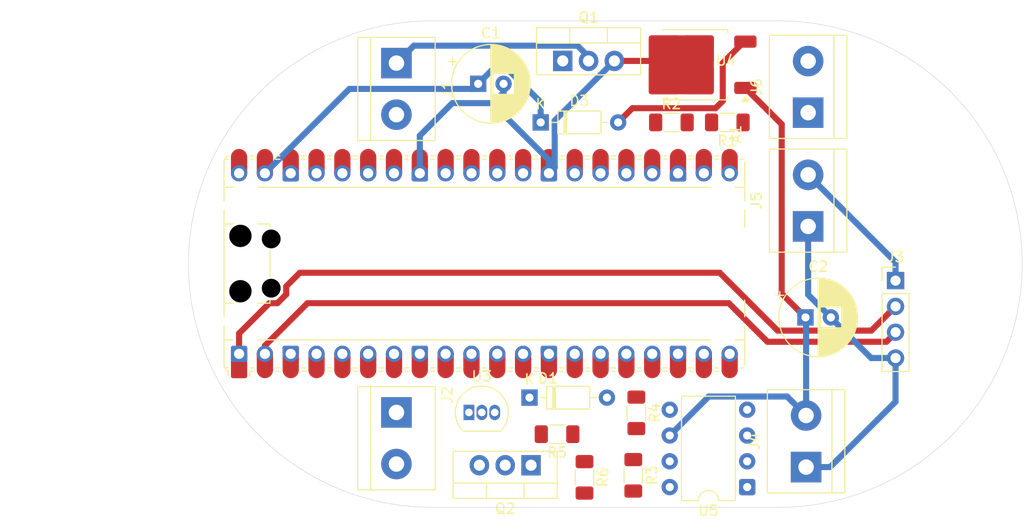
<source format=kicad_pcb>
(kicad_pcb (version 20241229) (generator "pcbnew") (generator_version "9.0")
  (layers (0 "F.Cu" signal) (2 "B.Cu" signal) (13 "F.Paste" user) (15 "B.Paste" user) (5 "F.SilkS" user "F.Silkscreen") (7 "B.SilkS" user "B.Silkscreen") (1 "F.Mask" user) (3 "B.Mask" user) (25 "Edge.Cuts" user))
  (net 0 "")
  (net 1 "GND")
  (net 2 "Net-(Q1-G)")
  (net 3 "Net-(R1-Pad1)")
  (net 10 "Net-(A1-GPIO16)")
  (net 14 "Net-(A1-GPIO17)")
  (net 19 "Net-(A1-GPIO1)")
  (net 20 "Net-(A1-GPIO26_ADC0)")
  (net 24 "Net-(A1-GPIO0)")
  (net 25 "Net-(A1-VSYS)")
  (net 28 "Net-(A1-GPIO27_ADC1)")
  (net 29 "Net-(A1-GPIO28_ADC2)")
  (net 34 "Net-(A1-3V3)")
  (net 36 "+24V")
  (net 37 "Net-(D3-A)")
  (net 38 "Net-(J1-Pin_1)")
  (net 39 "Net-(J2-Pin_1)")
  (net 40 "Net-(Q2-G)")
  (net 41 "Net-(R3-Pad2)")
  (net 42 "Net-(R4-Pad2)")
  (net 43 "Net-(R5-Pad1)")
  (footprint "Capacitor_THT:CP_Radial_D7.5mm_P2.50mm" (layer "F.Cu") (at 164.238606 100.7)
    (property "Reference" "C2" (at 1.25 -5 0) (layer "F.SilkS"))
    (property "Value" "100µF30V")
    (pad "1" thru_hole rect (at 0 0) (size 1.6 1.6) (drill 0.8) (layers "*.Cu" "*.Mask") (net 36 "+24V"))
    (pad "2" thru_hole circle (at 2.5 0) (size 1.6 1.6) (drill 0.8) (layers "*.Cu" "*.Mask") (net 1 "GND"))
  )
  (footprint "Package_TO_SOT_THT:TO-92_Inline" (layer "F.Cu") (at 131.13 110.06)
    (property "Reference" "U3" (at 1.27 -3.56 0) (layer "F.SilkS"))
    (property "Value" "LM35-LP")
    (pad "1" thru_hole rect (at 0 0) (size 1.05 1.5) (drill 0.75) (layers "*.Cu" "*.Mask") (net 25 "Net-(A1-VSYS)"))
    (pad "2" thru_hole oval (at 1.27 0) (size 1.05 1.5) (drill 0.75) (layers "*.Cu" "*.Mask") (net 29 "Net-(A1-GPIO28_ADC2)"))
    (pad "3" thru_hole oval (at 2.54 0) (size 1.05 1.5) (drill 0.75) (layers "*.Cu" "*.Mask") (net 1 "GND"))
  )
  (footprint "Resistor_SMD:R_1206_3216Metric_Pad1.30x1.75mm_HandSolder" (layer "F.Cu") (at 156.55 81.5 180)
    (property "Reference" "R1" (at 0 -1.82 0) (layer "F.SilkS"))
    (property "Value" "100")
    (pad "1" smd roundrect (at -1.55 0 180) (size 1.3 1.75) (layers "F.Cu" "F.Mask" "F.Paste") (roundrect_rratio 0.192308) (net 3 "Net-(R1-Pad1)"))
    (pad "2" smd roundrect (at 1.55 0 180) (size 1.3 1.75) (layers "F.Cu" "F.Mask" "F.Paste") (roundrect_rratio 0.192308) (net 2 "Net-(Q1-G)"))
  )
  (footprint "Diode_THT:D_DO-35_SOD27_P7.62mm_Horizontal" (layer "F.Cu") (at 138.19 81.5)
    (property "Reference" "D3" (at 3.81 -2.12 0) (layer "F.SilkS"))
    (property "Value" "1N4149")
    (fp_text user "K" (at 0 -1.8 0) (layer "F.SilkS"))
    (pad "1" thru_hole rect (at 0 0) (size 1.6 1.6) (drill 0.8) (layers "*.Cu" "*.Mask") (net 25 "Net-(A1-VSYS)"))
    (pad "2" thru_hole oval (at 7.62 0) (size 1.6 1.6) (drill 0.8) (layers "*.Cu" "*.Mask") (net 37 "Net-(D3-A)"))
  )
  (footprint "Diode_THT:D_DO-35_SOD27_P7.62mm_Horizontal" (layer "F.Cu") (at 137.09 108.6)
    (property "Reference" "D1" (at 1.81 -1.9 0) (layer "F.SilkS"))
    (property "Value" "3V")
    (fp_text user "K" (at 0 -1.8 0) (layer "F.SilkS"))
    (pad "1" thru_hole rect (at 0 0) (size 1.6 1.6) (drill 0.8) (layers "*.Cu" "*.Mask") (net 29 "Net-(A1-GPIO28_ADC2)"))
    (pad "2" thru_hole oval (at 7.62 0) (size 1.6 1.6) (drill 0.8) (layers "*.Cu" "*.Mask") (net 1 "GND"))
  )
  (footprint "Package_TO_SOT_THT:TO-220-3_Vertical" (layer "F.Cu") (at 137.24 115.255 180)
    (property "Reference" "Q2" (at 2.54 -4.27 0) (layer "F.SilkS"))
    (property "Value" "IRF540N")
    (pad "1" thru_hole rect (at 0 0 180) (size 1.905 2) (drill 1.1) (layers "*.Cu" "*.Mask") (net 40 "Net-(Q2-G)"))
    (pad "2" thru_hole oval (at 2.54 0 180) (size 1.905 2) (drill 1.1) (layers "*.Cu" "*.Mask") (net 39 "Net-(J2-Pin_1)"))
    (pad "3" thru_hole oval (at 5.08 0 180) (size 1.905 2) (drill 1.1) (layers "*.Cu" "*.Mask") (net 1 "GND"))
  )
  (footprint "TerminalBlock:TerminalBlock_bornier-2_P5.08mm" (layer "F.Cu") (at 164.3 115.44 90)
    (property "Reference" "J4" (at 2.54 -5.08 90) (layer "F.SilkS"))
    (property "Value" "Screw_Terminal_01x02")
    (pad "1" thru_hole rect (at 0 0 90) (size 3 3) (drill 1.52) (layers "*.Cu" "*.Mask") (net 1 "GND"))
    (pad "2" thru_hole circle (at 5.08 0 90) (size 3 3) (drill 1.52) (layers "*.Cu" "*.Mask") (net 36 "+24V"))
  )
  (footprint "Capacitor_THT:CP_Radial_D7.5mm_P2.50mm" (layer "F.Cu") (at 132.038606 77.7)
    (property "Reference" "C1" (at 1.25 -5 0) (layer "F.SilkS"))
    (property "Value" "100µF")
    (pad "1" thru_hole rect (at 0 0) (size 1.6 1.6) (drill 0.8) (layers "*.Cu" "*.Mask") (net 25 "Net-(A1-VSYS)"))
    (pad "2" thru_hole circle (at 2.5 0) (size 1.6 1.6) (drill 0.8) (layers "*.Cu" "*.Mask") (net 1 "GND"))
  )
  (footprint "Package_DIP:DIP-8_W7.62mm" (layer "F.Cu") (at 158.505 117.41 180)
    (property "Reference" "U5" (at 3.81 -2.33 0) (layer "F.SilkS"))
    (property "Value" "PC827")
    (pad "1" thru_hole roundrect (at 0 0 180) (size 1.6 1.6) (drill 0.8) (layers "*.Cu" "*.Mask") (roundrect_rratio 0.15625) (net 10 "Net-(A1-GPIO16)"))
    (pad "2" thru_hole circle (at 0 2.54 180) (size 1.6 1.6) (drill 0.8) (layers "*.Cu" "*.Mask") (net 41 "Net-(R3-Pad2)"))
    (pad "3" thru_hole circle (at 0 5.08 180) (size 1.6 1.6) (drill 0.8) (layers "*.Cu" "*.Mask") (net 14 "Net-(A1-GPIO17)"))
    (pad "4" thru_hole circle (at 0 7.62 180) (size 1.6 1.6) (drill 0.8) (layers "*.Cu" "*.Mask") (net 42 "Net-(R4-Pad2)"))
    (pad "5" thru_hole circle (at 7.62 7.62 180) (size 1.6 1.6) (drill 0.8) (layers "*.Cu" "*.Mask") (net 43 "Net-(R5-Pad1)"))
    (pad "6" thru_hole circle (at 7.62 5.08 180) (size 1.6 1.6) (drill 0.8) (layers "*.Cu" "*.Mask") (net 36 "+24V"))
    (pad "7" thru_hole circle (at 7.62 2.54 180) (size 1.6 1.6) (drill 0.8) (layers "*.Cu" "*.Mask") (net 3 "Net-(R1-Pad1)"))
    (pad "8" thru_hole circle (at 7.62 0 180) (size 1.6 1.6) (drill 0.8) (layers "*.Cu" "*.Mask") (net 36 "+24V"))
  )
  (footprint "Package_TO_SOT_THT:TO-220-3_Vertical" (layer "F.Cu") (at 140.36 75.445)
    (property "Reference" "Q1" (at 2.54 -4.27 0) (layer "F.SilkS"))
    (property "Value" "IRF540N")
    (pad "1" thru_hole rect (at 0 0) (size 1.905 2) (drill 1.1) (layers "*.Cu" "*.Mask") (net 2 "Net-(Q1-G)"))
    (pad "2" thru_hole oval (at 2.54 0) (size 1.905 2) (drill 1.1) (layers "*.Cu" "*.Mask") (net 38 "Net-(J1-Pin_1)"))
    (pad "3" thru_hole oval (at 5.08 0) (size 1.905 2) (drill 1.1) (layers "*.Cu" "*.Mask") (net 1 "GND"))
  )
  (footprint "Resistor_SMD:R_1206_3216Metric_Pad1.30x1.75mm_HandSolder" (layer "F.Cu") (at 139.8 112.2 180)
    (property "Reference" "R5" (at 0 -1.82 0) (layer "F.SilkS"))
    (property "Value" "100")
    (pad "1" smd roundrect (at -1.55 0 180) (size 1.3 1.75) (layers "F.Cu" "F.Mask" "F.Paste") (roundrect_rratio 0.192308) (net 43 "Net-(R5-Pad1)"))
    (pad "2" smd roundrect (at 1.55 0 180) (size 1.3 1.75) (layers "F.Cu" "F.Mask" "F.Paste") (roundrect_rratio 0.192308) (net 40 "Net-(Q2-G)"))
  )
  (footprint "Resistor_SMD:R_1206_3216Metric_Pad1.30x1.75mm_HandSolder" (layer "F.Cu") (at 147.3 116.25 -90)
    (property "Reference" "R3" (at 0 -1.82 90) (layer "F.SilkS"))
    (property "Value" "1k")
    (pad "1" smd roundrect (at -1.55 0 270) (size 1.3 1.75) (layers "F.Cu" "F.Mask" "F.Paste") (roundrect_rratio 0.192308) (net 1 "GND"))
    (pad "2" smd roundrect (at 1.55 0 270) (size 1.3 1.75) (layers "F.Cu" "F.Mask" "F.Paste") (roundrect_rratio 0.192308) (net 41 "Net-(R3-Pad2)"))
  )
  (footprint "Module:RaspberryPi_Pico_Common_Unspecified" (layer "F.Cu") (at 132.65 95.4 90)
    (property "Reference" "A1" (at 11.7475 24.765 90) (layer "F.SilkS") (effects (justify left)))
    (property "Value" "RaspberryPi_Pico")
    (pad "" np_thru_hole circle (at -2.725 -24 90) (size 2.2 2.2) (drill 2.2) (layers "*.Mask"))
    (pad "" np_thru_hole circle (at -2.425 -20.97 90) (size 1.85 1.85) (drill 1.85) (layers "*.Mask"))
    (pad "" np_thru_hole circle (at 2.425 -20.97 90) (size 1.85 1.85) (drill 1.85) (layers "*.Mask"))
    (pad "" np_thru_hole circle (at 2.725 -24 90) (size 2.2 2.2) (drill 2.2) (layers "*.Mask"))
    (pad "1" smd custom (at -9.69 -24.13 90) (size 1.6 0.8) (layers "F.Cu" "F.Mask") (net 24 "Net-(A1-GPIO0)") (options (clearance outline) (anchor rect)) (primitives (gr_circle (center 0.8 0) (end 1.6 0) (width 0) (fill yes)) (gr_poly (pts (xy -1.6 -0.6) (xy -1.6 0.6) (xy -1.4 0.8) (xy 0.8 0.8) (xy 0.8 -0.8) (xy -1.4 -0.8)) (width 0) (fill yes)) (gr_circle (center -1.4 -0.6) (end -1.2 -0.6) (width 0) (fill yes)) (gr_circle (center -1.4 0.6) (end -1.2 0.6) (width 0) (fill yes))))
    (pad "1" thru_hole roundrect (at -8.89 -24.13 90) (size 1.6 1.6) (drill 1) (layers "*.Cu" "*.Mask") (roundrect_rratio 0.125) (net 24 "Net-(A1-GPIO0)"))
    (pad "2" smd roundrect (at -9.69 -21.59 90) (size 3.2 1.6) (layers "F.Cu" "F.Mask") (roundrect_rratio 0.5) (net 19 "Net-(A1-GPIO1)"))
    (pad "2" thru_hole circle (at -8.89 -21.59 90) (size 1.6 1.6) (drill 1) (layers "*.Cu" "*.Mask") (net 19 "Net-(A1-GPIO1)"))
    (pad "3" smd custom (at -9.69 -19.05 90) (size 1.6 0.8) (layers "F.Cu" "F.Mask") (net 1 "GND") (options (clearance outline) (anchor rect)) (primitives (gr_circle (center -0.8 0) (end 0 0) (width 0) (fill yes)) (gr_poly (pts (xy 1.6 -0.6) (xy 1.6 0.6) (xy 1.4 0.8) (xy -0.8 0.8) (xy -0.8 -0.8) (xy 1.4 -0.8)) (width 0) (fill yes)) (gr_circle (center 1.4 -0.6) (end 1.6 -0.6) (width 0) (fill yes)) (gr_circle (center 1.4 0.6) (end 1.6 0.6) (width 0) (fill yes))))
    (pad "3" thru_hole custom (at -8.89 -19.05 90) (size 1.6 1.6) (drill 1) (layers "*.Cu" "*.Mask") (net 1 "GND") (options (clearance outline) (anchor circle)) (primitives (gr_poly (pts (xy 0.8 0.6) (xy 0.8 -0.6) (xy 0.6 -0.8) (xy 0 -0.8) (xy 0 0.8) (xy 0.6 0.8)) (width 0) (fill yes)) (gr_circle (center 0.6 0.6) (end 0.8 0.6) (width 0) (fill yes)) (gr_circle (center 0.6 -0.6) (end 0.8 -0.6) (width 0) (fill yes))))
    (pad "4" smd roundrect (at -9.69 -16.51 90) (size 3.2 1.6) (layers "F.Cu" "F.Mask") (roundrect_rratio 0.5))
    (pad "4" thru_hole circle (at -8.89 -16.51 90) (size 1.6 1.6) (drill 1) (layers "*.Cu" "*.Mask"))
    (pad "5" smd roundrect (at -9.69 -13.97 90) (size 3.2 1.6) (layers "F.Cu" "F.Mask") (roundrect_rratio 0.5))
    (pad "5" thru_hole circle (at -8.89 -13.97 90) (size 1.6 1.6) (drill 1) (layers "*.Cu" "*.Mask"))
    (pad "6" smd roundrect (at -9.69 -11.43 90) (size 3.2 1.6) (layers "F.Cu" "F.Mask") (roundrect_rratio 0.5))
    (pad "6" thru_hole circle (at -8.89 -11.43 90) (size 1.6 1.6) (drill 1) (layers "*.Cu" "*.Mask"))
    (pad "7" smd roundrect (at -9.69 -8.89 90) (size 3.2 1.6) (layers "F.Cu" "F.Mask") (roundrect_rratio 0.5))
    (pad "7" thru_hole circle (at -8.89 -8.89 90) (size 1.6 1.6) (drill 1) (layers "*.Cu" "*.Mask"))
    (pad "8" smd custom (at -9.69 -6.35 90) (size 1.6 0.8) (layers "F.Cu" "F.Mask") (net 1 "GND") (options (clearance outline) (anchor rect)) (primitives (gr_circle (center -0.8 0) (end 0 0) (width 0) (fill yes)) (gr_poly (pts (xy 1.6 -0.6) (xy 1.6 0.6) (xy 1.4 0.8) (xy -0.8 0.8) (xy -0.8 -0.8) (xy 1.4 -0.8)) (width 0) (fill yes)) (gr_circle (center 1.4 -0.6) (end 1.6 -0.6) (width 0) (fill yes)) (gr_circle (center 1.4 0.6) (end 1.6 0.6) (width 0) (fill yes))))
    (pad "8" thru_hole custom (at -8.89 -6.35 90) (size 1.6 1.6) (drill 1) (layers "*.Cu" "*.Mask") (net 1 "GND") (options (clearance outline) (anchor circle)) (primitives (gr_poly (pts (xy 0.8 0.6) (xy 0.8 -0.6) (xy 0.6 -0.8) (xy 0 -0.8) (xy 0 0.8) (xy 0.6 0.8)) (width 0) (fill yes)) (gr_circle (center 0.6 0.6) (end 0.8 0.6) (width 0) (fill yes)) (gr_circle (center 0.6 -0.6) (end 0.8 -0.6) (width 0) (fill yes))))
    (pad "9" smd roundrect (at -9.69 -3.81 90) (size 3.2 1.6) (layers "F.Cu" "F.Mask") (roundrect_rratio 0.5))
    (pad "9" thru_hole circle (at -8.89 -3.81 90) (size 1.6 1.6) (drill 1) (layers "*.Cu" "*.Mask"))
    (pad "10" smd roundrect (at -9.69 -1.27 90) (size 3.2 1.6) (layers "F.Cu" "F.Mask") (roundrect_rratio 0.5))
    (pad "10" thru_hole circle (at -8.89 -1.27 90) (size 1.6 1.6) (drill 1) (layers "*.Cu" "*.Mask"))
    (pad "11" smd roundrect (at -9.69 1.27 90) (size 3.2 1.6) (layers "F.Cu" "F.Mask") (roundrect_rratio 0.5))
    (pad "11" thru_hole circle (at -8.89 1.27 90) (size 1.6 1.6) (drill 1) (layers "*.Cu" "*.Mask"))
    (pad "12" smd roundrect (at -9.69 3.81 90) (size 3.2 1.6) (layers "F.Cu" "F.Mask") (roundrect_rratio 0.5))
    (pad "12" thru_hole circle (at -8.89 3.81 90) (size 1.6 1.6) (drill 1) (layers "*.Cu" "*.Mask"))
    (pad "13" smd custom (at -9.69 6.35 90) (size 1.6 0.8) (layers "F.Cu" "F.Mask") (net 1 "GND") (options (clearance outline) (anchor rect)) (primitives (gr_circle (center -0.8 0) (end 0 0) (width 0) (fill yes)) (gr_poly (pts (xy 1.6 -0.6) (xy 1.6 0.6) (xy 1.4 0.8) (xy -0.8 0.8) (xy -0.8 -0.8) (xy 1.4 -0.8)) (width 0) (fill yes)) (gr_circle (center 1.4 -0.6) (end 1.6 -0.6) (width 0) (fill yes)) (gr_circle (center 1.4 0.6) (end 1.6 0.6) (width 0) (fill yes))))
    (pad "13" thru_hole custom (at -8.89 6.35 90) (size 1.6 1.6) (drill 1) (layers "*.Cu" "*.Mask") (net 1 "GND") (options (clearance outline) (anchor circle)) (primitives (gr_poly (pts (xy 0.8 0.6) (xy 0.8 -0.6) (xy 0.6 -0.8) (xy 0 -0.8) (xy 0 0.8) (xy 0.6 0.8)) (width 0) (fill yes)) (gr_circle (center 0.6 0.6) (end 0.8 0.6) (width 0) (fill yes)) (gr_circle (center 0.6 -0.6) (end 0.8 -0.6) (width 0) (fill yes))))
    (pad "14" smd roundrect (at -9.69 8.89 90) (size 3.2 1.6) (layers "F.Cu" "F.Mask") (roundrect_rratio 0.5))
    (pad "14" thru_hole circle (at -8.89 8.89 90) (size 1.6 1.6) (drill 1) (layers "*.Cu" "*.Mask"))
    (pad "15" smd roundrect (at -9.69 11.43 90) (size 3.2 1.6) (layers "F.Cu" "F.Mask") (roundrect_rratio 0.5))
    (pad "15" thru_hole circle (at -8.89 11.43 90) (size 1.6 1.6) (drill 1) (layers "*.Cu" "*.Mask"))
    (pad "16" smd roundrect (at -9.69 13.97 90) (size 3.2 1.6) (layers "F.Cu" "F.Mask") (roundrect_rratio 0.5))
    (pad "16" thru_hole circle (at -8.89 13.97 90) (size 1.6 1.6) (drill 1) (layers "*.Cu" "*.Mask"))
    (pad "17" smd roundrect (at -9.69 16.51 90) (size 3.2 1.6) (layers "F.Cu" "F.Mask") (roundrect_rratio 0.5))
    (pad "17" thru_hole circle (at -8.89 16.51 90) (size 1.6 1.6) (drill 1) (layers "*.Cu" "*.Mask"))
    (pad "18" smd custom (at -9.69 19.05 90) (size 1.6 0.8) (layers "F.Cu" "F.Mask") (net 1 "GND") (options (clearance outline) (anchor rect)) (primitives (gr_circle (center -0.8 0) (end 0 0) (width 0) (fill yes)) (gr_poly (pts (xy 1.6 -0.6) (xy 1.6 0.6) (xy 1.4 0.8) (xy -0.8 0.8) (xy -0.8 -0.8) (xy 1.4 -0.8)) (width 0) (fill yes)) (gr_circle (center 1.4 -0.6) (end 1.6 -0.6) (width 0) (fill yes)) (gr_circle (center 1.4 0.6) (end 1.6 0.6) (width 0) (fill yes))))
    (pad "18" thru_hole custom (at -8.89 19.05 90) (size 1.6 1.6) (drill 1) (layers "*.Cu" "*.Mask") (net 1 "GND") (options (clearance outline) (anchor circle)) (primitives (gr_poly (pts (xy 0.8 0.6) (xy 0.8 -0.6) (xy 0.6 -0.8) (xy 0 -0.8) (xy 0 0.8) (xy 0.6 0.8)) (width 0) (fill yes)) (gr_circle (center 0.6 0.6) (end 0.8 0.6) (width 0) (fill yes)) (gr_circle (center 0.6 -0.6) (end 0.8 -0.6) (width 0) (fill yes))))
    (pad "19" smd roundrect (at -9.69 21.59 90) (size 3.2 1.6) (layers "F.Cu" "F.Mask") (roundrect_rratio 0.5))
    (pad "19" thru_hole circle (at -8.89 21.59 90) (size 1.6 1.6) (drill 1) (layers "*.Cu" "*.Mask"))
    (pad "20" smd roundrect (at -9.69 24.13 90) (size 3.2 1.6) (layers "F.Cu" "F.Mask") (roundrect_rratio 0.5))
    (pad "20" thru_hole circle (at -8.89 24.13 90) (size 1.6 1.6) (drill 1) (layers "*.Cu" "*.Mask"))
    (pad "21" thru_hole circle (at 8.89 24.13 90) (size 1.6 1.6) (drill 1) (layers "*.Cu" "*.Mask") (net 10 "Net-(A1-GPIO16)"))
    (pad "21" smd roundrect (at 9.69 24.13 90) (size 3.2 1.6) (layers "F.Cu" "F.Mask") (roundrect_rratio 0.5) (net 10 "Net-(A1-GPIO16)"))
    (pad "22" thru_hole circle (at 8.89 21.59 90) (size 1.6 1.6) (drill 1) (layers "*.Cu" "*.Mask") (net 14 "Net-(A1-GPIO17)"))
    (pad "22" smd roundrect (at 9.69 21.59 90) (size 3.2 1.6) (layers "F.Cu" "F.Mask") (roundrect_rratio 0.5) (net 14 "Net-(A1-GPIO17)"))
    (pad "23" thru_hole custom (at 8.89 19.05 90) (size 1.6 1.6) (drill 1) (layers "*.Cu" "*.Mask") (net 1 "GND") (options (clearance outline) (anchor circle)) (primitives (gr_poly (pts (xy -0.8 0.6) (xy -0.8 -0.6) (xy -0.6 -0.8) (xy 0 -0.8) (xy 0 0.8) (xy -0.6 0.8)) (width 0) (fill yes)) (gr_circle (center -0.6 0.6) (end -0.4 0.6) (width 0) (fill yes)) (gr_circle (center -0.6 -0.6) (end -0.4 -0.6) (width 0) (fill yes))))
    (pad "23" smd custom (at 9.69 19.05 90) (size 1.6 0.8) (layers "F.Cu" "F.Mask") (net 1 "GND") (options (clearance outline) (anchor rect)) (primitives (gr_circle (center 0.8 0) (end 1.6 0) (width 0) (fill yes)) (gr_poly (pts (xy -1.6 -0.6) (xy -1.6 0.6) (xy -1.4 0.8) (xy 0.8 0.8) (xy 0.8 -0.8) (xy -1.4 -0.8)) (width 0) (fill yes)) (gr_circle (center -1.4 -0.6) (end -1.2 -0.6) (width 0) (fill yes)) (gr_circle (center -1.4 0.6) (end -1.2 0.6) (width 0) (fill yes))))
    (pad "24" thru_hole circle (at 8.89 16.51 90) (size 1.6 1.6) (drill 1) (layers "*.Cu" "*.Mask"))
    (pad "24" smd roundrect (at 9.69 16.51 90) (size 3.2 1.6) (layers "F.Cu" "F.Mask") (roundrect_rratio 0.5))
    (pad "25" thru_hole circle (at 8.89 13.97 90) (size 1.6 1.6) (drill 1) (layers "*.Cu" "*.Mask"))
    (pad "25" smd roundrect (at 9.69 13.97 90) (size 3.2 1.6) (layers "F.Cu" "F.Mask") (roundrect_rratio 0.5))
    (pad "26" thru_hole circle (at 8.89 11.43 90) (size 1.6 1.6) (drill 1) (layers "*.Cu" "*.Mask"))
    (pad "26" smd roundrect (at 9.69 11.43 90) (size 3.2 1.6) (layers "F.Cu" "F.Mask") (roundrect_rratio 0.5))
    (pad "27" thru_hole circle (at 8.89 8.89 90) (size 1.6 1.6) (drill 1) (layers "*.Cu" "*.Mask"))
    (pad "27" smd roundrect (at 9.69 8.89 90) (size 3.2 1.6) (layers "F.Cu" "F.Mask") (roundrect_rratio 0.5))
    (pad "28" thru_hole custom (at 8.89 6.35 90) (size 1.6 1.6) (drill 1) (layers "*.Cu" "*.Mask") (net 1 "GND") (options (clearance outline) (anchor circle)) (primitives (gr_poly (pts (xy -0.8 0.6) (xy -0.8 -0.6) (xy -0.6 -0.8) (xy 0 -0.8) (xy 0 0.8) (xy -0.6 0.8)) (width 0) (fill yes)) (gr_circle (center -0.6 0.6) (end -0.4 0.6) (width 0) (fill yes)) (gr_circle (center -0.6 -0.6) (end -0.4 -0.6) (width 0) (fill yes))))
    (pad "28" smd custom (at 9.69 6.35 90) (size 1.6 0.8) (layers "F.Cu" "F.Mask") (net 1 "GND") (options (clearance outline) (anchor rect)) (primitives (gr_circle (center 0.8 0) (end 1.6 0) (width 0) (fill yes)) (gr_poly (pts (xy -1.6 -0.6) (xy -1.6 0.6) (xy -1.4 0.8) (xy 0.8 0.8) (xy 0.8 -0.8) (xy -1.4 -0.8)) (width 0) (fill yes)) (gr_circle (center -1.4 -0.6) (end -1.2 -0.6) (width 0) (fill yes)) (gr_circle (center -1.4 0.6) (end -1.2 0.6) (width 0) (fill yes))))
    (pad "29" thru_hole circle (at 8.89 3.81 90) (size 1.6 1.6) (drill 1) (layers "*.Cu" "*.Mask"))
    (pad "29" smd roundrect (at 9.69 3.81 90) (size 3.2 1.6) (layers "F.Cu" "F.Mask") (roundrect_rratio 0.5))
    (pad "30" thru_hole circle (at 8.89 1.27 90) (size 1.6 1.6) (drill 1) (layers "*.Cu" "*.Mask"))
    (pad "30" smd roundrect (at 9.69 1.27 90) (size 3.2 1.6) (layers "F.Cu" "F.Mask") (roundrect_rratio 0.5))
    (pad "31" thru_hole circle (at 8.89 -1.27 90) (size 1.6 1.6) (drill 1) (layers "*.Cu" "*.Mask") (net 20 "Net-(A1-GPIO26_ADC0)"))
    (pad "31" smd roundrect (at 9.69 -1.27 90) (size 3.2 1.6) (layers "F.Cu" "F.Mask") (roundrect_rratio 0.5) (net 20 "Net-(A1-GPIO26_ADC0)"))
    (pad "32" thru_hole circle (at 8.89 -3.81 90) (size 1.6 1.6) (drill 1) (layers "*.Cu" "*.Mask") (net 28 "Net-(A1-GPIO27_ADC1)"))
    (pad "32" smd roundrect (at 9.69 -3.81 90) (size 3.2 1.6) (layers "F.Cu" "F.Mask") (roundrect_rratio 0.5) (net 28 "Net-(A1-GPIO27_ADC1)"))
    (pad "33" thru_hole custom (at 8.89 -6.35 90) (size 1.6 1.6) (drill 1) (layers "*.Cu" "*.Mask") (net 1 "GND") (options (clearance outline) (anchor circle)) (primitives (gr_poly (pts (xy -0.8 0.6) (xy -0.8 -0.6) (xy -0.6 -0.8) (xy 0 -0.8) (xy 0 0.8) (xy -0.6 0.8)) (width 0) (fill yes)) (gr_circle (center -0.6 0.6) (end -0.4 0.6) (width 0) (fill yes)) (gr_circle (center -0.6 -0.6) (end -0.4 -0.6) (width 0) (fill yes))))
    (pad "33" smd custom (at 9.69 -6.35 90) (size 1.6 0.8) (layers "F.Cu" "F.Mask") (net 1 "GND") (options (clearance outline) (anchor rect)) (primitives (gr_circle (center 0.8 0) (end 1.6 0) (width 0) (fill yes)) (gr_poly (pts (xy -1.6 -0.6) (xy -1.6 0.6) (xy -1.4 0.8) (xy 0.8 0.8) (xy 0.8 -0.8) (xy -1.4 -0.8)) (width 0) (fill yes)) (gr_circle (center -1.4 -0.6) (end -1.2 -0.6) (width 0) (fill yes)) (gr_circle (center -1.4 0.6) (end -1.2 0.6) (width 0) (fill yes))))
    (pad "34" thru_hole circle (at 8.89 -8.89 90) (size 1.6 1.6) (drill 1) (layers "*.Cu" "*.Mask") (net 29 "Net-(A1-GPIO28_ADC2)"))
    (pad "34" smd roundrect (at 9.69 -8.89 90) (size 3.2 1.6) (layers "F.Cu" "F.Mask") (roundrect_rratio 0.5) (net 29 "Net-(A1-GPIO28_ADC2)"))
    (pad "35" thru_hole circle (at 8.89 -11.43 90) (size 1.6 1.6) (drill 1) (layers "*.Cu" "*.Mask"))
    (pad "35" smd roundrect (at 9.69 -11.43 90) (size 3.2 1.6) (layers "F.Cu" "F.Mask") (roundrect_rratio 0.5))
    (pad "36" thru_hole circle (at 8.89 -13.97 90) (size 1.6 1.6) (drill 1) (layers "*.Cu" "*.Mask") (net 34 "Net-(A1-3V3)"))
    (pad "36" smd roundrect (at 9.69 -13.97 90) (size 3.2 1.6) (layers "F.Cu" "F.Mask") (roundrect_rratio 0.5) (net 34 "Net-(A1-3V3)"))
    (pad "37" thru_hole circle (at 8.89 -16.51 90) (size 1.6 1.6) (drill 1) (layers "*.Cu" "*.Mask"))
    (pad "37" smd roundrect (at 9.69 -16.51 90) (size 3.2 1.6) (layers "F.Cu" "F.Mask") (roundrect_rratio 0.5))
    (pad "38" thru_hole custom (at 8.89 -19.05 90) (size 1.6 1.6) (drill 1) (layers "*.Cu" "*.Mask") (net 1 "GND") (options (clearance outline) (anchor circle)) (primitives (gr_poly (pts (xy -0.8 0.6) (xy -0.8 -0.6) (xy -0.6 -0.8) (xy 0 -0.8) (xy 0 0.8) (xy -0.6 0.8)) (width 0) (fill yes)) (gr_circle (center -0.6 0.6) (end -0.4 0.6) (width 0) (fill yes)) (gr_circle (center -0.6 -0.6) (end -0.4 -0.6) (width 0) (fill yes))))
    (pad "38" smd custom (at 9.69 -19.05 90) (size 1.6 0.8) (layers "F.Cu" "F.Mask") (net 1 "GND") (options (clearance outline) (anchor rect)) (primitives (gr_circle (center 0.8 0) (end 1.6 0) (width 0) (fill yes)) (gr_poly (pts (xy -1.6 -0.6) (xy -1.6 0.6) (xy -1.4 0.8) (xy 0.8 0.8) (xy 0.8 -0.8) (xy -1.4 -0.8)) (width 0) (fill yes)) (gr_circle (center -1.4 -0.6) (end -1.2 -0.6) (width 0) (fill yes)) (gr_circle (center -1.4 0.6) (end -1.2 0.6) (width 0) (fill yes))))
    (pad "39" thru_hole circle (at 8.89 -21.59 90) (size 1.6 1.6) (drill 1) (layers "*.Cu" "*.Mask") (net 25 "Net-(A1-VSYS)"))
    (pad "39" smd roundrect (at 9.69 -21.59 90) (size 3.2 1.6) (layers "F.Cu" "F.Mask") (roundrect_rratio 0.5) (net 25 "Net-(A1-VSYS)"))
    (pad "40" thru_hole circle (at 8.89 -24.13 90) (size 1.6 1.6) (drill 1) (layers "*.Cu" "*.Mask"))
    (pad "40" smd roundrect (at 9.69 -24.13 90) (size 3.2 1.6) (layers "F.Cu" "F.Mask") (roundrect_rratio 0.5))
  )
  (footprint "Connector_PinHeader_2.54mm:PinHeader_1x04_P2.54mm_Vertical" (layer "F.Cu") (at 173.1 97.08)
    (property "Reference" "J3" (at 0 -2.33 0) (layer "F.SilkS"))
    (property "Value" "Conn_01x04")
    (pad "1" thru_hole rect (at 0 0) (size 1.7 1.7) (drill 1) (layers "*.Cu" "*.Mask") (net 34 "Net-(A1-3V3)"))
    (pad "2" thru_hole oval (at 0 2.54) (size 1.7 1.7) (drill 1) (layers "*.Cu" "*.Mask") (net 24 "Net-(A1-GPIO0)"))
    (pad "3" thru_hole oval (at 0 5.08) (size 1.7 1.7) (drill 1) (layers "*.Cu" "*.Mask") (net 19 "Net-(A1-GPIO1)"))
    (pad "4" thru_hole oval (at 0 7.62) (size 1.7 1.7) (drill 1) (layers "*.Cu" "*.Mask") (net 1 "GND"))
  )
  (footprint "TerminalBlock:TerminalBlock_bornier-2_P5.08mm" (layer "F.Cu") (at 124 75.66 -90)
    (property "Reference" "J1" (at 2.58 -5 90) (layer "F.SilkS"))
    (property "Value" "Screw_Terminal_01x02")
    (pad "1" thru_hole rect (at 0 0 270) (size 3 3) (drill 1.52) (layers "*.Cu" "*.Mask") (net 38 "Net-(J1-Pin_1)"))
    (pad "2" thru_hole circle (at 5.08 0 270) (size 3 3) (drill 1.52) (layers "*.Cu" "*.Mask") (net 36 "+24V"))
  )
  (footprint "TerminalBlock:TerminalBlock_bornier-2_P5.08mm" (layer "F.Cu") (at 164.5 91.74 90)
    (property "Reference" "J5" (at 2.54 -5.08 90) (layer "F.SilkS"))
    (property "Value" "Screw_Terminal_01x02")
    (pad "1" thru_hole rect (at 0 0 90) (size 3 3) (drill 1.52) (layers "*.Cu" "*.Mask") (net 1 "GND"))
    (pad "2" thru_hole circle (at 5.08 0 90) (size 3 3) (drill 1.52) (layers "*.Cu" "*.Mask") (net 34 "Net-(A1-3V3)"))
  )
  (footprint "Resistor_SMD:R_1206_3216Metric_Pad1.30x1.75mm_HandSolder" (layer "F.Cu") (at 142.5 116.45 -90)
    (property "Reference" "R6" (at 0 -1.82 90) (layer "F.SilkS"))
    (property "Value" "1k")
    (pad "1" smd roundrect (at -1.55 0 270) (size 1.3 1.75) (layers "F.Cu" "F.Mask" "F.Paste") (roundrect_rratio 0.192308) (net 1 "GND"))
    (pad "2" smd roundrect (at 1.55 0 270) (size 1.3 1.75) (layers "F.Cu" "F.Mask" "F.Paste") (roundrect_rratio 0.192308) (net 40 "Net-(Q2-G)"))
  )
  (footprint "TerminalBlock:TerminalBlock_bornier-2_P5.08mm" (layer "F.Cu") (at 164.5 80.54 90)
    (property "Reference" "J6" (at 2.54 -5.08 90) (layer "F.SilkS"))
    (property "Value" "Screw_Terminal_01x02")
    (pad "1" thru_hole rect (at 0 0 90) (size 3 3) (drill 1.52) (layers "*.Cu" "*.Mask") (net 20 "Net-(A1-GPIO26_ADC0)"))
    (pad "2" thru_hole circle (at 5.08 0 90) (size 3 3) (drill 1.52) (layers "*.Cu" "*.Mask") (net 28 "Net-(A1-GPIO27_ADC1)"))
  )
  (footprint "Resistor_SMD:R_1206_3216Metric_Pad1.30x1.75mm_HandSolder" (layer "F.Cu") (at 151.05 81.5)
    (property "Reference" "R2" (at 0 -1.82 0) (layer "F.SilkS"))
    (property "Value" "1k")
    (pad "1" smd roundrect (at -1.55 0) (size 1.3 1.75) (layers "F.Cu" "F.Mask" "F.Paste") (roundrect_rratio 0.192308) (net 1 "GND"))
    (pad "2" smd roundrect (at 1.55 0) (size 1.3 1.75) (layers "F.Cu" "F.Mask" "F.Paste") (roundrect_rratio 0.192308) (net 2 "Net-(Q1-G)"))
  )
  (footprint "Package_TO_SOT_SMD:TO-252-2" (layer "F.Cu") (at 153.285 75.825 180)
    (property "Reference" "U4" (at -3.14 0.4275 0) (layer "F.SilkS"))
    (property "Value" "LF50_TO252")
    (pad "1" smd roundrect (at -5.04 -2.28 180) (size 2.2 1.2) (layers "F.Cu" "F.Mask" "F.Paste") (roundrect_rratio 0.208333) (net 36 "+24V"))
    (pad "2" smd roundrect (at -0.415 -1.525 180) (size 3.05 2.75) (layers "F.Cu" "F.Paste") (roundrect_rratio 0.090909) (net 1 "GND"))
    (pad "2" smd roundrect (at -0.415 1.525 180) (size 3.05 2.75) (layers "F.Cu" "F.Paste") (roundrect_rratio 0.090909) (net 1 "GND"))
    (pad "2" smd roundrect (at 1.26 0 180) (size 6.4 5.8) (layers "F.Cu" "F.Mask") (roundrect_rratio 0.043103) (net 1 "GND"))
    (pad "2" smd roundrect (at 2.935 -1.525 180) (size 3.05 2.75) (layers "F.Cu" "F.Paste") (roundrect_rratio 0.090909) (net 1 "GND"))
    (pad "2" smd roundrect (at 2.935 1.525 180) (size 3.05 2.75) (layers "F.Cu" "F.Paste") (roundrect_rratio 0.090909) (net 1 "GND"))
    (pad "3" smd roundrect (at -5.04 2.28 180) (size 2.2 1.2) (layers "F.Cu" "F.Mask" "F.Paste") (roundrect_rratio 0.208333) (net 37 "Net-(D3-A)"))
  )
  (footprint "Resistor_SMD:R_1206_3216Metric_Pad1.30x1.75mm_HandSolder" (layer "F.Cu") (at 147.6 110.1 -90)
    (property "Reference" "R4" (at 0 -1.82 90) (layer "F.SilkS"))
    (property "Value" "1k")
    (pad "1" smd roundrect (at -1.55 0 270) (size 1.3 1.75) (layers "F.Cu" "F.Mask" "F.Paste") (roundrect_rratio 0.192308) (net 1 "GND"))
    (pad "2" smd roundrect (at 1.55 0 270) (size 1.3 1.75) (layers "F.Cu" "F.Mask" "F.Paste") (roundrect_rratio 0.192308) (net 42 "Net-(R4-Pad2)"))
  )
  (footprint "TerminalBlock:TerminalBlock_bornier-2_P5.08mm" (layer "F.Cu") (at 124 110.06 -90)
    (property "Reference" "J2" (at -1.72 -5 90) (layer "F.SilkS"))
    (property "Value" "Screw_Terminal_01x02")
    (pad "1" thru_hole rect (at 0 0 270) (size 3 3) (drill 1.52) (layers "*.Cu" "*.Mask") (net 39 "Net-(J2-Pin_1)"))
    (pad "2" thru_hole circle (at 5.08 0 270) (size 3 3) (drill 1.52) (layers "*.Cu" "*.Mask") (net 36 "+24V"))
  )
  (gr_line (start 127.450033 71.500123) (end 161.645218 71.500123) (stroke (width 0.05)) (layer "Edge.Cuts"))
  (gr_arc (start 127.549249 119.399999) (mid 103.55 95.497424) (end 127.454531 71.500123) (stroke (width 0.05)) (layer "Edge.Cuts"))
  (gr_line (start 127.549249 119.399998) (end 161.643625 119.4) (stroke (width 0.05)) (layer "Edge.Cuts"))
  (gr_arc (start 161.644718 71.500122) (mid 185.54925 95.497424) (end 161.55 119.4) (stroke (width 0.05)) (layer "Edge.Cuts"))
  (segment (start 149.0825 75.445) (end 150.425 74.1025) (width 0.6) (layer "F.Cu") (net 1))
  (segment (start 145.44 75.445) (end 149.0825 75.445) (width 0.6) (layer "F.Cu") (net 1))
  (segment (start 164.5 91.74) (end 164.5 98.461394) (width 0.6) (layer "B.Cu") (net 1))
  (segment (start 133.5 79.6) (end 129.5 79.6) (width 0.6) (layer "B.Cu") (net 1))
  (segment (start 134.538606 80.738606) (end 139 85.2) (width 0.6) (layer "B.Cu") (net 1))
  (segment (start 134.538606 77.7) (end 134.538606 78.561394) (width 0.6) (layer "B.Cu") (net 1))
  (segment (start 173.1 104.7) (end 170.7 104.7) (width 0.6) (layer "B.Cu") (net 1))
  (segment (start 134.538606 77.7) (end 134.538606 80.738606) (width 0.6) (layer "B.Cu") (net 1))
  (segment (start 134.538606 78.561394) (end 133.5 79.6) (width 0.6) (layer "B.Cu") (net 1))
  (segment (start 129.5 79.6) (end 126.3 82.8) (width 0.6) (layer "B.Cu") (net 1))
  (segment (start 173.1 104.7) (end 173.1 109) (width 0.6) (layer "B.Cu") (net 1))
  (segment (start 139 85.2) (end 139 86.51) (width 0.6) (layer "B.Cu") (net 1))
  (segment (start 126.3 82.8) (end 126.3 86.51) (width 0.6) (layer "B.Cu") (net 1))
  (segment (start 164.5 98.461394) (end 166.738606 100.7) (width 0.6) (layer "B.Cu") (net 1))
  (segment (start 170.7 104.7) (end 166.738606 100.738606) (width 0.6) (layer "B.Cu") (net 1))
  (segment (start 139.569222 85.940778) (end 139.569222 81.315778) (width 0.6) (layer "B.Cu") (net 1))
  (segment (start 173.1 109) (end 166.66 115.44) (width 0.6) (layer "B.Cu") (net 1))
  (segment (start 139.569222 81.315778) (end 145.44 75.445) (width 0.6) (layer "B.Cu") (net 1))
  (segment (start 166.66 115.44) (end 164.3 115.44) (width 0.6) (layer "B.Cu") (net 1))
  (segment (start 166.738606 100.738606) (end 166.738606 100.7) (width 0.6) (layer "B.Cu") (net 1))
  (segment (start 139 86.51) (end 139.569222 85.940778) (width 0.6) (layer "B.Cu") (net 1))
  (segment (start 173.1 102.16) (end 173.12 102.18) (width 0.6) (layer "F.Cu") (net 19))
  (segment (start 111.06 103.49) (end 111.06 105.09) (width 0.6) (layer "F.Cu") (net 19))
  (segment (start 156.7 99.3) (end 115.25 99.3) (width 0.6) (layer "F.Cu") (net 19))
  (segment (start 172.2 103.1) (end 160.5 103.1) (width 0.6) (layer "F.Cu") (net 19))
  (segment (start 115.25 99.3) (end 111.06 103.49) (width 0.6) (layer "F.Cu") (net 19))
  (segment (start 173.12 102.18) (end 172.2 103.1) (width 0.6) (layer "F.Cu") (net 19))
  (segment (start 160.5 103.1) (end 156.7 99.3) (width 0.6) (layer "F.Cu") (net 19))
  (segment (start 161.501 102.001) (end 155.8 96.3) (width 0.6) (layer "F.Cu") (net 24))
  (segment (start 113.156 98.436379) (end 112.291379 99.301) (width 0.6) (layer "F.Cu") (net 24))
  (segment (start 108.52 102.28) (end 108.52 105.09) (width 0.6) (layer "F.Cu") (net 24))
  (segment (start 114.5 96.3) (end 113.156 97.644) (width 0.6) (layer "F.Cu") (net 24))
  (segment (start 173.1 99.62) (end 170.719 102.001) (width 0.6) (layer "F.Cu") (net 24))
  (segment (start 155.8 96.3) (end 114.5 96.3) (width 0.6) (layer "F.Cu") (net 24))
  (segment (start 170.719 102.001) (end 161.501 102.001) (width 0.6) (layer "F.Cu") (net 24))
  (segment (start 113.156 97.644) (end 113.156 98.436379) (width 0.6) (layer "F.Cu") (net 24))
  (segment (start 112.291379 99.301) (end 111.499 99.301) (width 0.6) (layer "F.Cu") (net 24))
  (segment (start 111.499 99.301) (end 108.52 102.28) (width 0.6) (layer "F.Cu") (net 24))
  (segment (start 111.06 86.51) (end 119.37 78.2) (width 0.6) (layer "B.Cu") (net 25))
  (segment (start 138.19 79.511502) (end 135.077498 76.399) (width 0.6) (layer "B.Cu") (net 25))
  (segment (start 131.538606 78.2) (end 132.038606 77.7) (width 0.6) (layer "B.Cu") (net 25))
  (segment (start 133.339606 76.399) (end 132.038606 77.7) (width 0.6) (layer "B.Cu") (net 25))
  (segment (start 138.19 81.5) (end 138.19 79.511502) (width 0.6) (layer "B.Cu") (net 25))
  (segment (start 135.077498 76.399) (end 133.339606 76.399) (width 0.6) (layer "B.Cu") (net 25))
  (segment (start 119.37 78.2) (end 131.538606 78.2) (width 0.6) (layer "B.Cu") (net 25))
  (segment (start 173.1 95.26) (end 173.1 97.08) (width 0.6) (layer "B.Cu") (net 34))
  (segment (start 164.5 86.66) (end 173.1 95.26) (width 0.6) (layer "B.Cu") (net 34))
  (segment (start 161.901 81.681) (end 158.325 78.105) (width 0.6) (layer "F.Cu") (net 36))
  (segment (start 161.901 98.362394) (end 161.901 81.681) (width 0.6) (layer "F.Cu") (net 36))
  (segment (start 161.901 98.362394) (end 164.238606 100.7) (width 0.6) (layer "F.Cu") (net 36))
  (segment (start 164.3 100.761394) (end 164.238606 100.7) (width 0.6) (layer "B.Cu") (net 36))
  (segment (start 164.3 110.36) (end 164.3 100.761394) (width 0.6) (layer "B.Cu") (net 36))
  (segment (start 164.3 110.36) (end 162.429 108.489) (width 0.6) (layer "B.Cu") (net 36))
  (segment (start 162.429 108.489) (end 154.726 108.489) (width 0.6) (layer "B.Cu") (net 36))
  (segment (start 154.726 108.489) (end 150.885 112.33) (width 0.6) (layer "B.Cu") (net 36))
  (segment (start 147.21 80.1) (end 155.397002 80.1) (width 0.6) (layer "F.Cu") (net 37))
  (segment (start 156.1 75.6475) (end 158.4 73.3475) (width 0.6) (layer "F.Cu") (net 37))
  (segment (start 145.81 81.5) (end 147.21 80.1) (width 0.6) (layer "F.Cu") (net 37))
  (segment (start 156.1 79.397002) (end 156.1 75.6475) (width 0.6) (layer "F.Cu") (net 37))
  (segment (start 155.397002 80.1) (end 156.1 79.397002) (width 0.6) (layer "F.Cu") (net 37))
  (segment (start 124 75.66) (end 125.716 73.944) (width 0.6) (layer "B.Cu") (net 38))
  (segment (start 142.9 75.0305) (end 142.9 75.445) (width 0.6) (layer "B.Cu") (net 38))
  (segment (start 141.8135 73.944) (end 142.9 75.0305) (width 0.6) (layer "B.Cu") (net 38))
  (segment (start 125.716 73.944) (end 141.8135 73.944) (width 0.6) (layer "B.Cu") (net 38))
)
</source>
